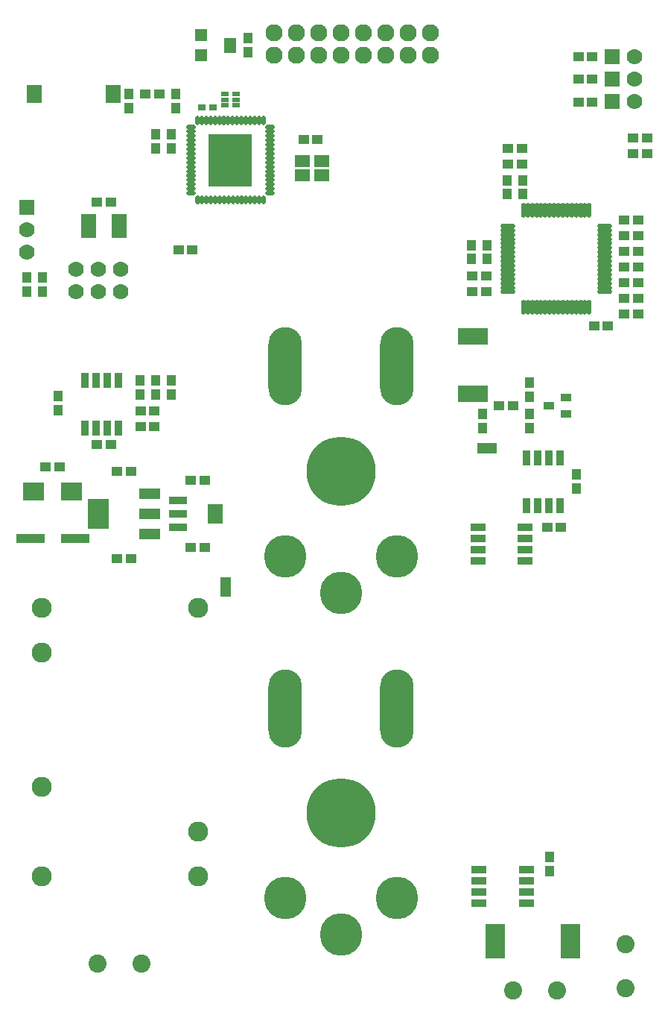
<source format=gts>
*
*
G04 PADS 9.3.1 Build Number: 456998 generated Gerber (RS-274-X) file*
G04 PC Version=2.1*
*
%IN "remoteMonitor.pcb"*%
*
%MOIN*%
*
%FSLAX35Y35*%
*
*
*
*
G04 PC Standard Apertures*
*
*
G04 Thermal Relief Aperture macro.*
%AMTER*
1,1,$1,0,0*
1,0,$1-$2,0,0*
21,0,$3,$4,0,0,45*
21,0,$3,$4,0,0,135*
%
*
*
G04 Annular Aperture macro.*
%AMANN*
1,1,$1,0,0*
1,0,$2,0,0*
%
*
*
G04 Odd Aperture macro.*
%AMODD*
1,1,$1,0,0*
1,0,$1-0.005,0,0*
%
*
*
G04 PC Custom Aperture Macros*
*
*
*
*
*
*
G04 PC Aperture Table*
*
%ADD010C,0.001*%
%ADD032R,0.048X0.04*%
%ADD034C,0.08087*%
%ADD046R,0.04X0.048*%
%ADD088C,0.01945*%
%ADD089R,0.19701X0.23244*%
%ADD090R,0.03362X0.02181*%
%ADD091R,0.06906X0.08087*%
%ADD092C,0.07*%
%ADD094R,0.035X0.03*%
%ADD095R,0.08874X0.15764*%
%ADD096R,0.07X0.07*%
%ADD097R,0.07102X0.03362*%
%ADD100R,0.045X0.038*%
%ADD101R,0.12811X0.0415*%
%ADD102R,0.08008X0.03362*%
%ADD103R,0.06906X0.08874*%
%ADD106R,0.092X0.08*%
%ADD107R,0.05331X0.05331*%
%ADD108R,0.05331X0.06512*%
%ADD109R,0.03362X0.07102*%
%ADD110R,0.06512X0.05528*%
%ADD111R,0.09465X0.04543*%
%ADD112R,0.09465X0.13795*%
%ADD113C,0.19*%
%ADD114R,0.07X0.11*%
%ADD115C,0.07693*%
%ADD123O,0.0226X0.06512*%
%ADD124O,0.06512X0.0226*%
%ADD125O,0.15X0.35*%
%ADD126C,0.31*%
%ADD127C,0.09*%
%ADD128R,0.135X0.075*%
%ADD129R,0.05X0.05*%
*
*
*
*
G04 PC Circuitry*
G04 Layer Name remoteMonitor.pcb - circuitry*
%LPD*%
*
*
G04 PC Custom Flashes*
G04 Layer Name remoteMonitor.pcb - flashes*
%LPD*%
*
*
G04 PC Circuitry*
G04 Layer Name remoteMonitor.pcb - circuitry*
%LPD*%
*
G54D10*
G54D32*
G01X146974Y465284D03*
X140774D03*
X166600Y372000D03*
X160400D03*
X362600Y510000D03*
X356400D03*
X362600Y520500D03*
X356400D03*
X362600Y530500D03*
X356400D03*
X387100Y487000D03*
X380900D03*
X183600Y444000D03*
X177400D03*
X160400Y365000D03*
X166600D03*
X320900Y374500D03*
X327100D03*
X140900Y357000D03*
X147100D03*
X124100Y347000D03*
X117900D03*
X156100Y306000D03*
X149900D03*
X156100Y345000D03*
X149900D03*
X182900Y311000D03*
X189100D03*
X182900Y341000D03*
X189100D03*
X363400Y410000D03*
X369600D03*
X376900Y436500D03*
X383100D03*
X376900Y429500D03*
X383100D03*
X376900Y443500D03*
X383100D03*
X376900Y450500D03*
X383100D03*
X376900Y457500D03*
X383100D03*
X376900Y422500D03*
X383100D03*
X376900Y415500D03*
X383100D03*
X342400Y320000D03*
X348600D03*
X315100Y432500D03*
X308900D03*
X315100Y425500D03*
X308900D03*
X168739Y513689D03*
X162539D03*
X380900Y494000D03*
X387100D03*
X239600Y493500D03*
X233400D03*
X324900Y482500D03*
X331100D03*
X324900Y489500D03*
X331100D03*
G54D34*
X377500Y133843D03*
Y114157D03*
X160843Y125000D03*
X141157D03*
X346843Y113000D03*
X327157D03*
G54D46*
X109500Y431600D03*
Y425400D03*
X174000Y489400D03*
Y495600D03*
X167000Y489400D03*
Y495600D03*
X116500Y431600D03*
Y425400D03*
X160000Y379400D03*
Y385600D03*
X313500Y364400D03*
Y370600D03*
X334500D03*
Y364400D03*
X167000Y385600D03*
Y379400D03*
X334500Y378400D03*
Y384600D03*
X174000Y385600D03*
Y379400D03*
X355500Y337400D03*
Y343600D03*
X315500Y439900D03*
Y446100D03*
X308500Y439900D03*
Y446100D03*
X324500Y468900D03*
Y475100D03*
X331500Y468900D03*
Y475100D03*
X343500Y166400D03*
Y172600D03*
X208500Y538600D03*
Y532400D03*
X176166Y513677D03*
Y507477D03*
X155141Y513672D03*
Y507472D03*
X123500Y378600D03*
Y372400D03*
G54D88*
X215343Y502937D02*
X215382D01*
Y500732*
X215343*
Y502937*
Y502591D02*
X215382D01*
X213374Y502937D02*
X213414D01*
Y500732*
X213374*
Y502937*
Y502591D02*
X213414D01*
X211406Y502937D02*
X211445D01*
Y500732*
X211406*
Y502937*
Y502591D02*
X211445D01*
X209437Y502937D02*
X209477D01*
Y500732*
X209437*
Y502937*
Y502591D02*
X209477D01*
X207469Y502937D02*
X207508D01*
Y500732*
X207469*
Y502937*
Y502591D02*
X207508D01*
X205500Y502937D02*
X205540D01*
Y500732*
X205500*
Y502937*
Y502591D02*
X205540D01*
X203532Y502937D02*
X203571D01*
Y500732*
X203532*
Y502937*
Y502591D02*
X203571D01*
X201563Y502937D02*
X201603D01*
Y500732*
X201563*
Y502937*
Y502591D02*
X201603D01*
X199595Y502937D02*
X199634D01*
Y500732*
X199595*
Y502937*
Y502591D02*
X199634D01*
X197626Y502937D02*
X197666D01*
Y500732*
X197626*
Y502937*
Y502591D02*
X197666D01*
X195658Y502937D02*
X195697D01*
Y500732*
X195658*
Y502937*
Y502591D02*
X195697D01*
X193689Y502937D02*
X193729D01*
Y500732*
X193689*
Y502937*
Y502591D02*
X193729D01*
X191721Y502937D02*
X191760D01*
Y500732*
X191721*
Y502937*
Y502591D02*
X191760D01*
X189752Y502937D02*
X189792D01*
Y500732*
X189752*
Y502937*
Y502591D02*
X189792D01*
X187784Y502937D02*
X187823D01*
Y500732*
X187784*
Y502937*
Y502591D02*
X187823D01*
X185815Y502937D02*
X185855D01*
Y500732*
X185815*
Y502937*
Y502591D02*
X185855D01*
X181780Y498862D02*
Y498901D01*
X183985*
Y498862*
X181780*
X183630D02*
Y498901D01*
X181780Y496894D02*
Y496933D01*
X183985*
Y496894*
X181780*
X183630D02*
Y496933D01*
X181780Y494925D02*
Y494964D01*
X183985*
Y494925*
X181780*
X183630D02*
Y494964D01*
X181780Y492957D02*
Y492996D01*
X183985*
Y492957*
X181780*
X183630D02*
Y492996D01*
X181780Y490988D02*
Y491027D01*
X183985*
Y490988*
X181780*
X183630D02*
Y491027D01*
X181780Y489020D02*
Y489059D01*
X183985*
Y489020*
X181780*
X183630D02*
Y489059D01*
X181780Y487051D02*
Y487090D01*
X183985*
Y487051*
X181780*
X183630D02*
Y487090D01*
X181780Y485083D02*
Y485122D01*
X183985*
Y485083*
X181780*
Y485087D02*
X183985D01*
X183630Y485083D02*
Y485122D01*
X181780Y483114D02*
Y483153D01*
X183985*
Y483114*
X181780*
Y483142D02*
X183985D01*
X183630Y483114D02*
Y483153D01*
X181780Y481146D02*
Y481185D01*
X183985*
Y481146*
X181780*
X183630D02*
Y481185D01*
X181780Y479177D02*
Y479216D01*
X183985*
Y479177*
X181780*
X183630D02*
Y479216D01*
X181780Y477209D02*
Y477248D01*
X183985*
Y477209*
X181780*
X183630D02*
Y477248D01*
X181780Y475240D02*
Y475279D01*
X183985*
Y475240*
X181780*
X183630D02*
Y475279D01*
X181780Y473272D02*
Y473311D01*
X183985*
Y473272*
X181780*
X183630D02*
Y473311D01*
X181780Y471303D02*
Y471342D01*
X183985*
Y471303*
X181780*
X183630D02*
Y471342D01*
X181780Y469335D02*
Y469374D01*
X183985*
Y469335*
X181780*
X183630D02*
Y469374D01*
X185934Y467504D02*
X185973D01*
Y465299*
X185934*
Y467504*
Y465638D02*
X185973D01*
X187902Y467504D02*
X187941D01*
Y465299*
X187902*
Y467504*
Y465638D02*
X187941D01*
X189871Y467504D02*
X189910D01*
Y465299*
X189871*
Y467504*
Y465638D02*
X189910D01*
X191839Y467504D02*
X191878D01*
Y465299*
X191839*
Y467504*
Y465638D02*
X191878D01*
X193808Y467504D02*
X193847D01*
Y465299*
X193808*
Y467504*
Y465638D02*
X193847D01*
X195776Y467504D02*
X195815D01*
Y465299*
X195776*
Y467504*
Y465638D02*
X195815D01*
X197745Y467504D02*
X197784D01*
Y465299*
X197745*
Y467504*
Y465638D02*
X197784D01*
X199713Y467504D02*
X199752D01*
Y465299*
X199713*
Y467504*
Y465638D02*
X199752D01*
X201682Y467504D02*
X201721D01*
Y465299*
X201682*
Y467504*
Y465638D02*
X201721D01*
X203650Y467504D02*
X203689D01*
Y465299*
X203650*
Y467504*
Y465638D02*
X203689D01*
X205619Y467504D02*
X205658D01*
Y465299*
X205619*
Y467504*
Y465638D02*
X205658D01*
X207587Y467504D02*
X207626D01*
Y465299*
X207587*
Y467504*
Y465638D02*
X207626D01*
X209556Y467504D02*
X209595D01*
Y465299*
X209556*
Y467504*
Y465638D02*
X209595D01*
X211524Y467504D02*
X211563D01*
Y465299*
X211524*
Y467504*
Y465638D02*
X211563D01*
X213493Y467504D02*
X213532D01*
Y465299*
X213493*
Y467504*
Y465638D02*
X213532D01*
X215461Y467504D02*
X215500D01*
Y465299*
X215461*
Y467504*
Y465638D02*
X215500D01*
X217213Y469335D02*
Y469374D01*
X219418*
Y469335*
X217213*
X218638D02*
Y469374D01*
X217213Y471303D02*
Y471342D01*
X219418*
Y471303*
X217213*
X218638D02*
Y471342D01*
X217213Y473272D02*
Y473311D01*
X219418*
Y473272*
X217213*
X218638D02*
Y473311D01*
X217213Y475240D02*
Y475279D01*
X219418*
Y475240*
X217213*
X218638D02*
Y475279D01*
X217213Y477209D02*
Y477248D01*
X219418*
Y477209*
X217213*
X218638D02*
Y477248D01*
X217213Y479177D02*
Y479216D01*
X219418*
Y479177*
X217213*
X218638D02*
Y479216D01*
X217213Y481146D02*
Y481185D01*
X219418*
Y481146*
X217213*
X218638D02*
Y481185D01*
X217213Y483114D02*
Y483153D01*
X219418*
Y483114*
X217213*
Y483142D02*
X219418D01*
X218638Y483114D02*
Y483153D01*
X217213Y485083D02*
Y485122D01*
X219418*
Y485083*
X217213*
Y485087D02*
X219418D01*
X218638Y485083D02*
Y485122D01*
X217213Y487051D02*
Y487090D01*
X219418*
Y487051*
X217213*
X218638D02*
Y487090D01*
X217213Y489020D02*
Y489059D01*
X219418*
Y489020*
X217213*
X218638D02*
Y489059D01*
X217213Y490988D02*
Y491027D01*
X219418*
Y490988*
X217213*
X218638D02*
Y491027D01*
X217213Y492957D02*
Y492996D01*
X219418*
Y492957*
X217213*
X218638D02*
Y492996D01*
X217213Y494925D02*
Y494964D01*
X219418*
Y494925*
X217213*
X218638D02*
Y494964D01*
X217213Y496894D02*
Y496933D01*
X219418*
Y496894*
X217213*
X218638D02*
Y496933D01*
X217213Y498862D02*
Y498901D01*
X219418*
Y498862*
X217213*
X218638D02*
Y498901D01*
G54D89*
X200599Y484118D03*
G54D90*
X198138Y513677D03*
Y511118D03*
Y508559D03*
X203059D03*
Y511118D03*
Y513677D03*
G54D91*
X148151D03*
X112718D03*
G54D92*
X151500Y435500D03*
Y425500D03*
X141500Y435500D03*
Y425500D03*
X131500Y435500D03*
Y425500D03*
X381500Y510500D03*
Y520500D03*
Y530500D03*
X109500Y453000D03*
Y443000D03*
G54D94*
X192753Y507677D03*
X187753D03*
G54D95*
X319268Y135000D03*
X352732D03*
G54D96*
X371500Y510500D03*
Y520500D03*
Y530500D03*
X109500Y463000D03*
G54D97*
X311870Y167000D03*
Y162000D03*
Y157000D03*
Y152000D03*
X333130D03*
Y157000D03*
Y162000D03*
Y167000D03*
X311370Y320000D03*
Y315000D03*
Y310000D03*
Y305000D03*
X332630D03*
Y310000D03*
Y315000D03*
Y320000D03*
G54D100*
X350950Y370800D03*
Y378200D03*
X343050Y374500D03*
G54D101*
X131000Y315000D03*
X111000D03*
G54D102*
X177073Y331906D03*
Y326000D03*
Y320094D03*
G54D103*
X193874Y326000D03*
G54D106*
X129600Y336000D03*
X112400D03*
G54D107*
X187504Y530972D03*
Y540028D03*
G54D108*
X200496Y535500D03*
G54D109*
X135500Y364370D03*
X140500D03*
X145500D03*
X150500D03*
Y385630D03*
X145500D03*
X140500D03*
X135500D03*
X348000Y351130D03*
X343000D03*
X338000D03*
X333000D03*
Y329870D03*
X338000D03*
X343000D03*
X348000D03*
G54D110*
X241331Y483650D03*
X232669D03*
Y477350D03*
X241331D03*
G54D111*
X164417Y316945D03*
Y326000D03*
Y335055D03*
G54D112*
X141583Y326000D03*
G54D113*
X225000Y307200D03*
X275000D03*
X250000Y290700D03*
X225000Y154400D03*
X275000D03*
X250000Y137900D03*
G54D114*
X150723Y454774D03*
X137223D03*
G54D115*
X220000Y531043D03*
Y541043D03*
X230000Y531043D03*
Y541043D03*
X240000Y531043D03*
Y541043D03*
X250000Y531043D03*
Y541043D03*
X260000Y531043D03*
Y541043D03*
X270000Y531043D03*
Y541043D03*
X280000Y531043D03*
Y541043D03*
X290000Y531043D03*
Y541043D03*
G54D123*
X331736Y418346D03*
X333705D03*
X335673D03*
X337642D03*
X339610D03*
X341579D03*
X343547D03*
X345516D03*
X347484D03*
X349453D03*
X351421D03*
X353390D03*
X355358D03*
X357327D03*
X359295D03*
X361264D03*
Y461654D03*
X359295D03*
X357327D03*
X355358D03*
X353390D03*
X351421D03*
X349453D03*
X347484D03*
X345516D03*
X343547D03*
X341579D03*
X339610D03*
X337642D03*
X335673D03*
X333705D03*
X331736D03*
G54D124*
X368154Y425236D03*
Y427205D03*
Y429173D03*
Y431142D03*
Y433110D03*
Y435079D03*
Y437047D03*
Y439016D03*
Y440984D03*
Y442953D03*
Y444921D03*
Y446890D03*
Y448858D03*
Y450827D03*
Y452795D03*
Y454764D03*
X324846D03*
Y452795D03*
Y450827D03*
Y448858D03*
Y446890D03*
Y444921D03*
Y442953D03*
Y440984D03*
Y439016D03*
Y437047D03*
Y435079D03*
Y433110D03*
Y431142D03*
Y429173D03*
Y427205D03*
Y425236D03*
G54D125*
X275000Y392000D03*
X225000D03*
X275000Y239200D03*
X225000D03*
G54D126*
X250000Y345150D03*
Y192350D03*
G54D127*
X186000Y164000D03*
Y184000D03*
Y284000D03*
X116000D03*
Y264000D03*
Y204000D03*
Y164000D03*
G54D128*
X309000Y379750D03*
Y405250D03*
G54D129*
X198500Y291500D03*
Y295500D03*
X313500Y355500D03*
X317500D03*
X0Y0D02*
M02*

</source>
